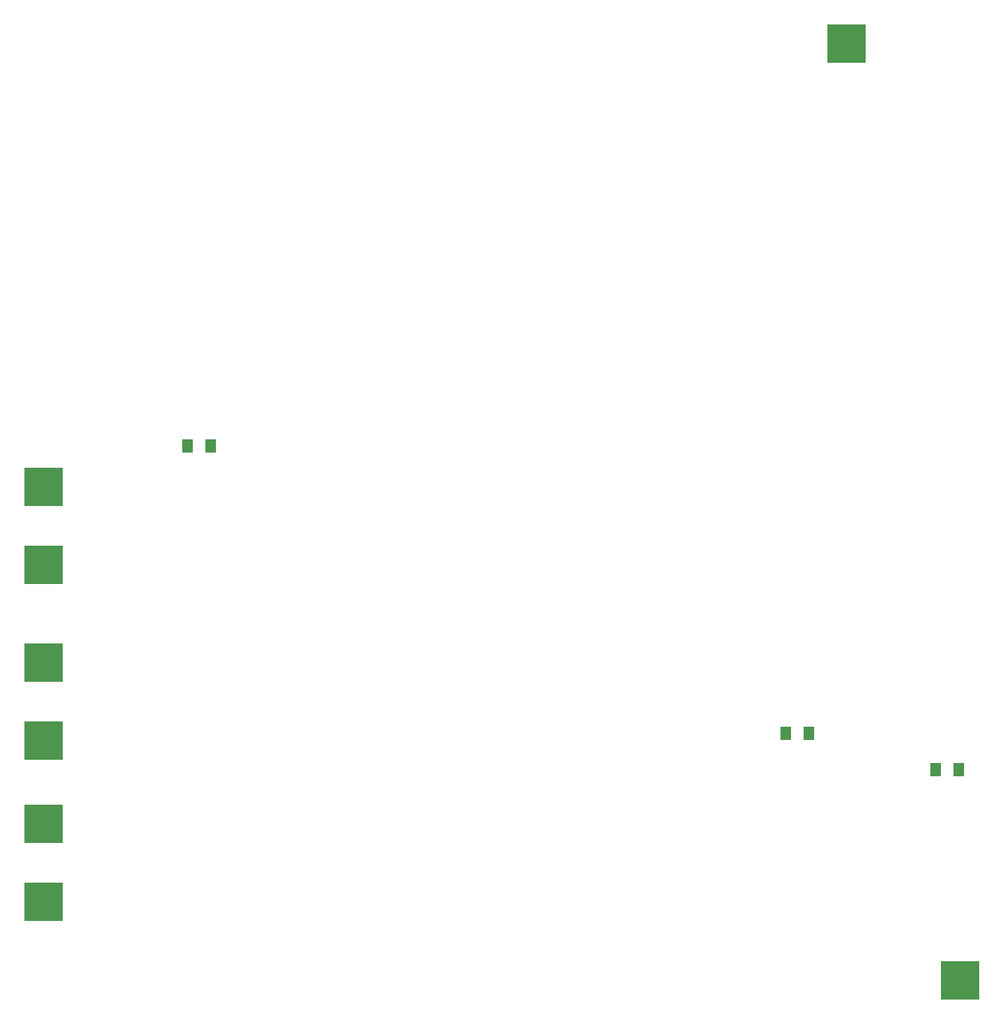
<source format=gtp>
G04 #@! TF.GenerationSoftware,KiCad,Pcbnew,(6.0.2)*
G04 #@! TF.CreationDate,2023-01-23T03:29:58-05:00*
G04 #@! TF.ProjectId,Interface-PCB,496e7465-7266-4616-9365-2d5043422e6b,1.0*
G04 #@! TF.SameCoordinates,Original*
G04 #@! TF.FileFunction,Paste,Top*
G04 #@! TF.FilePolarity,Positive*
%FSLAX46Y46*%
G04 Gerber Fmt 4.6, Leading zero omitted, Abs format (unit mm)*
G04 Created by KiCad (PCBNEW (6.0.2)) date 2023-01-23 03:29:58*
%MOMM*%
%LPD*%
G01*
G04 APERTURE LIST*
G04 Aperture macros list*
%AMRoundRect*
0 Rectangle with rounded corners*
0 $1 Rounding radius*
0 $2 $3 $4 $5 $6 $7 $8 $9 X,Y pos of 4 corners*
0 Add a 4 corners polygon primitive as box body*
4,1,4,$2,$3,$4,$5,$6,$7,$8,$9,$2,$3,0*
0 Add four circle primitives for the rounded corners*
1,1,$1+$1,$2,$3*
1,1,$1+$1,$4,$5*
1,1,$1+$1,$6,$7*
1,1,$1+$1,$8,$9*
0 Add four rect primitives between the rounded corners*
20,1,$1+$1,$2,$3,$4,$5,0*
20,1,$1+$1,$4,$5,$6,$7,0*
20,1,$1+$1,$6,$7,$8,$9,0*
20,1,$1+$1,$8,$9,$2,$3,0*%
G04 Aperture macros list end*
%ADD10RoundRect,0.250001X-0.462499X-0.624999X0.462499X-0.624999X0.462499X0.624999X-0.462499X0.624999X0*%
%ADD11R,5.000000X5.000000*%
%ADD12RoundRect,0.250001X0.462499X0.624999X-0.462499X0.624999X-0.462499X-0.624999X0.462499X-0.624999X0*%
G04 APERTURE END LIST*
D10*
X182407500Y-133000000D03*
X179432500Y-133000000D03*
D11*
X182500000Y-160000000D03*
X65000000Y-96813238D03*
X65000000Y-106813238D03*
X65000000Y-119313238D03*
X65000000Y-129313238D03*
D10*
X86487500Y-91500000D03*
X83512500Y-91500000D03*
D11*
X65000000Y-140000000D03*
X65000000Y-150000000D03*
X168000000Y-40000000D03*
D12*
X160212500Y-128390000D03*
X163187500Y-128390000D03*
M02*

</source>
